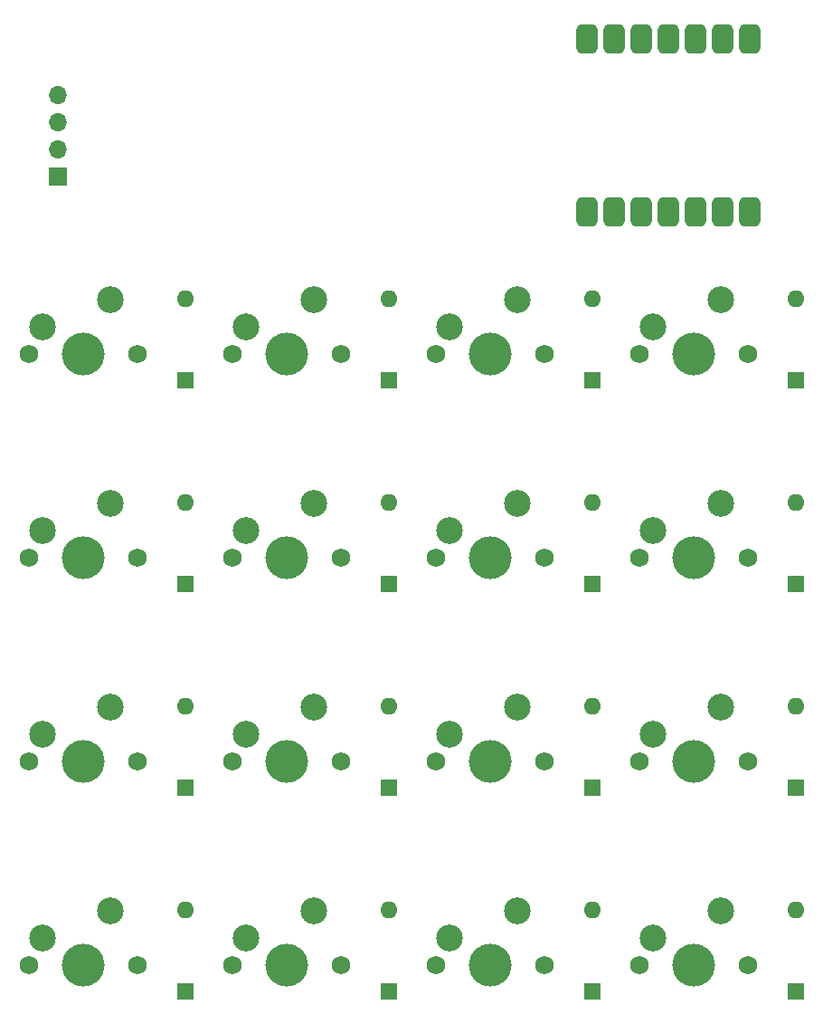
<source format=gbr>
%TF.GenerationSoftware,KiCad,Pcbnew,8.0.5*%
%TF.CreationDate,2024-10-19T01:04:11-04:00*%
%TF.ProjectId,hackpad,6861636b-7061-4642-9e6b-696361645f70,rev?*%
%TF.SameCoordinates,Original*%
%TF.FileFunction,Soldermask,Top*%
%TF.FilePolarity,Negative*%
%FSLAX46Y46*%
G04 Gerber Fmt 4.6, Leading zero omitted, Abs format (unit mm)*
G04 Created by KiCad (PCBNEW 8.0.5) date 2024-10-19 01:04:11*
%MOMM*%
%LPD*%
G01*
G04 APERTURE LIST*
G04 Aperture macros list*
%AMRoundRect*
0 Rectangle with rounded corners*
0 $1 Rounding radius*
0 $2 $3 $4 $5 $6 $7 $8 $9 X,Y pos of 4 corners*
0 Add a 4 corners polygon primitive as box body*
4,1,4,$2,$3,$4,$5,$6,$7,$8,$9,$2,$3,0*
0 Add four circle primitives for the rounded corners*
1,1,$1+$1,$2,$3*
1,1,$1+$1,$4,$5*
1,1,$1+$1,$6,$7*
1,1,$1+$1,$8,$9*
0 Add four rect primitives between the rounded corners*
20,1,$1+$1,$2,$3,$4,$5,0*
20,1,$1+$1,$4,$5,$6,$7,0*
20,1,$1+$1,$6,$7,$8,$9,0*
20,1,$1+$1,$8,$9,$2,$3,0*%
G04 Aperture macros list end*
%ADD10C,1.750000*%
%ADD11C,4.000000*%
%ADD12C,2.500000*%
%ADD13RoundRect,0.500000X-0.500000X0.875000X-0.500000X-0.875000X0.500000X-0.875000X0.500000X0.875000X0*%
%ADD14R,1.600000X1.600000*%
%ADD15C,1.600000*%
%ADD16R,1.700000X1.700000*%
%ADD17O,1.700000X1.700000*%
%ADD18O,1.600000X1.600000*%
G04 APERTURE END LIST*
D10*
%TO.C,SW5*%
X147320000Y-76200000D03*
D11*
X152400000Y-76200000D03*
D10*
X157480000Y-76200000D03*
D12*
X148590000Y-73660000D03*
X154940000Y-71120000D03*
%TD*%
D13*
%TO.C,U1*%
X214788750Y-27653750D03*
D14*
X214788750Y-28098750D03*
D13*
X212248750Y-27653750D03*
D15*
X212248750Y-28098750D03*
D13*
X209708750Y-27653750D03*
D15*
X209708750Y-28098750D03*
D13*
X207168750Y-27653750D03*
D15*
X207168750Y-28098750D03*
D13*
X204628750Y-27653750D03*
D15*
X204628750Y-28098750D03*
D13*
X202088750Y-27653750D03*
D15*
X202088750Y-28098750D03*
D13*
X199548750Y-27653750D03*
D15*
X199548750Y-28098750D03*
X199548750Y-43338750D03*
D13*
X199548750Y-43818750D03*
D15*
X202088750Y-43338750D03*
D13*
X202088750Y-43818750D03*
D15*
X204628750Y-43338750D03*
D13*
X204628750Y-43818750D03*
D15*
X207168750Y-43338750D03*
D13*
X207168750Y-43818750D03*
D15*
X209708750Y-43338750D03*
D13*
X209708750Y-43818750D03*
D15*
X212248750Y-43338750D03*
D13*
X212248750Y-43818750D03*
D15*
X214788750Y-43338750D03*
D13*
X214788750Y-43818750D03*
%TD*%
D10*
%TO.C,SW12*%
X204470000Y-95250000D03*
D11*
X209550000Y-95250000D03*
D10*
X214630000Y-95250000D03*
D12*
X205740000Y-92710000D03*
X212090000Y-90170000D03*
%TD*%
D10*
%TO.C,SW9*%
X147320000Y-95250000D03*
D11*
X152400000Y-95250000D03*
D10*
X157480000Y-95250000D03*
D12*
X148590000Y-92710000D03*
X154940000Y-90170000D03*
%TD*%
D10*
%TO.C,SW10*%
X166370000Y-95250000D03*
D11*
X171450000Y-95250000D03*
D10*
X176530000Y-95250000D03*
D12*
X167640000Y-92710000D03*
X173990000Y-90170000D03*
%TD*%
D10*
%TO.C,SW1*%
X147320000Y-57150000D03*
D11*
X152400000Y-57150000D03*
D10*
X157480000Y-57150000D03*
D12*
X148590000Y-54610000D03*
X154940000Y-52070000D03*
%TD*%
D10*
%TO.C,SW4*%
X204470000Y-57150000D03*
D11*
X209550000Y-57150000D03*
D10*
X214630000Y-57150000D03*
D12*
X205740000Y-54610000D03*
X212090000Y-52070000D03*
%TD*%
D10*
%TO.C,SW6*%
X166370000Y-76200000D03*
D11*
X171450000Y-76200000D03*
D10*
X176530000Y-76200000D03*
D12*
X167640000Y-73660000D03*
X173990000Y-71120000D03*
%TD*%
D10*
%TO.C,SW16*%
X204470000Y-114300000D03*
D11*
X209550000Y-114300000D03*
D10*
X214630000Y-114300000D03*
D12*
X205740000Y-111760000D03*
X212090000Y-109220000D03*
%TD*%
D10*
%TO.C,SW2*%
X166370000Y-57150000D03*
D11*
X171450000Y-57150000D03*
D10*
X176530000Y-57150000D03*
D12*
X167640000Y-54610000D03*
X173990000Y-52070000D03*
%TD*%
D10*
%TO.C,SW13*%
X147320000Y-114300000D03*
D11*
X152400000Y-114300000D03*
D10*
X157480000Y-114300000D03*
D12*
X148590000Y-111760000D03*
X154940000Y-109220000D03*
%TD*%
D10*
%TO.C,SW14*%
X166370000Y-114300000D03*
D11*
X171450000Y-114300000D03*
D10*
X176530000Y-114300000D03*
D12*
X167640000Y-111760000D03*
X173990000Y-109220000D03*
%TD*%
D16*
%TO.C,J1*%
X150018750Y-40481250D03*
D17*
X150018750Y-37941250D03*
X150018750Y-35401250D03*
X150018750Y-32861250D03*
%TD*%
D10*
%TO.C,SW15*%
X185420000Y-114300000D03*
D11*
X190500000Y-114300000D03*
D10*
X195580000Y-114300000D03*
D12*
X186690000Y-111760000D03*
X193040000Y-109220000D03*
%TD*%
D10*
%TO.C,SW7*%
X185420000Y-76200000D03*
D11*
X190500000Y-76200000D03*
D10*
X195580000Y-76200000D03*
D12*
X186690000Y-73660000D03*
X193040000Y-71120000D03*
%TD*%
D10*
%TO.C,SW8*%
X204470000Y-76200000D03*
D11*
X209550000Y-76200000D03*
D10*
X214630000Y-76200000D03*
D12*
X205740000Y-73660000D03*
X212090000Y-71120000D03*
%TD*%
D10*
%TO.C,SW3*%
X185420000Y-57150000D03*
D11*
X190500000Y-57150000D03*
D10*
X195580000Y-57150000D03*
D12*
X186690000Y-54610000D03*
X193040000Y-52070000D03*
%TD*%
D10*
%TO.C,SW11*%
X185420000Y-95250000D03*
D11*
X190500000Y-95250000D03*
D10*
X195580000Y-95250000D03*
D12*
X186690000Y-92710000D03*
X193040000Y-90170000D03*
%TD*%
D14*
%TO.C,D8*%
X219075000Y-78581250D03*
D18*
X219075000Y-70961250D03*
%TD*%
D14*
%TO.C,D9*%
X161925000Y-97631250D03*
D18*
X161925000Y-90011250D03*
%TD*%
D14*
%TO.C,D3*%
X200025000Y-59531250D03*
D18*
X200025000Y-51911250D03*
%TD*%
D14*
%TO.C,D1*%
X161925000Y-59531250D03*
D18*
X161925000Y-51911250D03*
%TD*%
D14*
%TO.C,D11*%
X200025000Y-97631250D03*
D18*
X200025000Y-90011250D03*
%TD*%
D14*
%TO.C,D6*%
X180975000Y-78581250D03*
D18*
X180975000Y-70961250D03*
%TD*%
D14*
%TO.C,D13*%
X161925000Y-116681250D03*
D18*
X161925000Y-109061250D03*
%TD*%
D14*
%TO.C,D15*%
X200025000Y-116681250D03*
D18*
X200025000Y-109061250D03*
%TD*%
D14*
%TO.C,D5*%
X161925000Y-78581250D03*
D18*
X161925000Y-70961250D03*
%TD*%
D14*
%TO.C,D7*%
X200025000Y-78581250D03*
D18*
X200025000Y-70961250D03*
%TD*%
D14*
%TO.C,D10*%
X180975000Y-97631250D03*
D18*
X180975000Y-90011250D03*
%TD*%
D14*
%TO.C,D16*%
X219075000Y-116681250D03*
D18*
X219075000Y-109061250D03*
%TD*%
D14*
%TO.C,D4*%
X219075000Y-59531250D03*
D18*
X219075000Y-51911250D03*
%TD*%
D14*
%TO.C,D12*%
X219075000Y-97631250D03*
D18*
X219075000Y-90011250D03*
%TD*%
D14*
%TO.C,D2*%
X180975000Y-59531250D03*
D18*
X180975000Y-51911250D03*
%TD*%
D14*
%TO.C,D14*%
X180975000Y-116681250D03*
D18*
X180975000Y-109061250D03*
%TD*%
M02*

</source>
